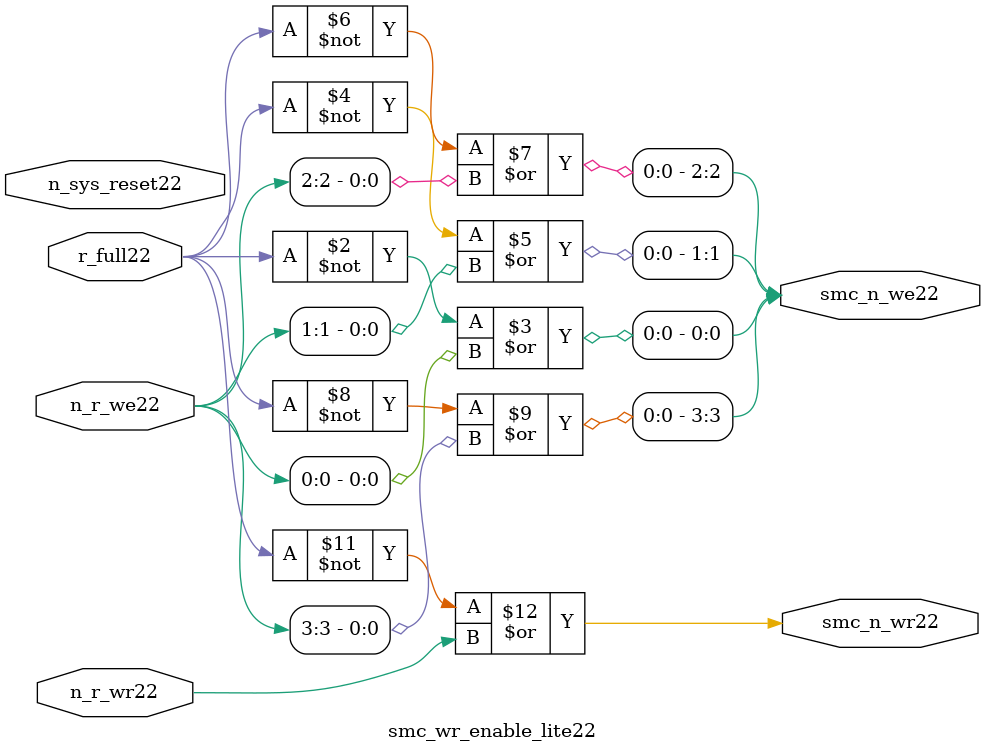
<source format=v>


  module smc_wr_enable_lite22 (

                      //inputs22                      

                      n_sys_reset22,
                      r_full22,
                      n_r_we22,
                      n_r_wr22,

                      //outputs22

                      smc_n_we22,
                      smc_n_wr22);

//I22/O22
   
   input             n_sys_reset22;   //system reset
   input             r_full22;    // Full cycle write strobe22
   input [3:0]       n_r_we22;    //write enable from smc_strobe22
   input             n_r_wr22;    //write strobe22 from smc_strobe22
   output [3:0]      smc_n_we22;  // write enable (active low22)
   output            smc_n_wr22;  // write strobe22 (active low22)
   
   
//output reg declaration22.
   
   reg [3:0]          smc_n_we22;
   reg                smc_n_wr22;

//----------------------------------------------------------------------
// negedge strobes22 with clock22.
//----------------------------------------------------------------------
      

//----------------------------------------------------------------------
      
//--------------------------------------------------------------------
// Gate22 Write strobes22 with clock22.
//--------------------------------------------------------------------

  always @(r_full22 or n_r_we22)
  
  begin
  
     smc_n_we22[0] = ((~r_full22  ) | n_r_we22[0] );

     smc_n_we22[1] = ((~r_full22  ) | n_r_we22[1] );

     smc_n_we22[2] = ((~r_full22  ) | n_r_we22[2] );

     smc_n_we22[3] = ((~r_full22  ) | n_r_we22[3] );

  
  end

//--------------------------------------------------------------------   
//write strobe22 generation22
//--------------------------------------------------------------------   

  always @(n_r_wr22 or r_full22 )
  
     begin
  
        smc_n_wr22 = ((~r_full22 ) | n_r_wr22 );
       
     end

endmodule // smc_wr_enable22


</source>
